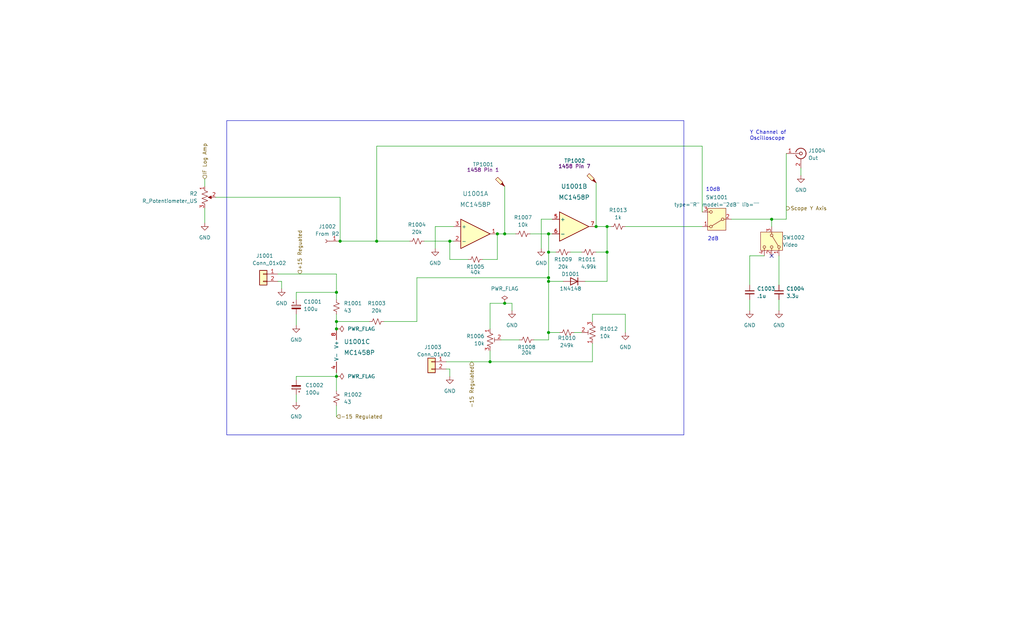
<source format=kicad_sch>
(kicad_sch (version 20230121) (generator eeschema)
  (paper "USLegal")
  (title_block (company "Andy McCann KA3KAF and Doug McCann KA3KAG") (comment 2 "Terry White K7TAU") (comment 3 "Wes Hayward W7ZOI") (comment 4 "Original Design By:"))
  (lib_symbols
    (symbol "Connector:Conn_01x01_Socket" (pin_names (offset 1.016) hide)
      (property "Reference" "J" (at 0 2.54 0))
      (property "Value" "Conn_01x01_Socket" (at 0 -2.54 0))
      (symbol "Conn_01x01_Socket_1_1"
        (polyline (pts (xy -1.27 0) (xy -0.508 0)) (stroke (width 0.1524)))
        (arc (start 0 0.508) (mid -0.5058 0) (end 0 -0.508) (stroke (width 0.1524)))
        (pin passive line (at -5.08 0 0) (length 3.81) (name "Pin_1") (number "1"))
      )
    )
    (symbol "Connector:Conn_Coaxial" (pin_names (offset 1.016) hide)
      (property "Reference" "J" (at 0.254 3.048 0))
      (property "Value" "Conn_Coaxial" (at 2.921 0 90))
      (symbol "Conn_Coaxial_0_1"
        (arc (start -1.778 -0.508) (mid 0.2311 -1.8066) (end 1.778 0) (stroke (width 0.254)))
        (polyline (pts (xy -2.54 0) (xy -0.508 0)))
        (polyline (pts (xy 0 -2.54) (xy 0 -1.778)))
        (circle (center 0 0) (radius 0.508) (stroke (width 0.2032)))
        (arc (start 1.778 0) (mid 0.2099 1.8101) (end -1.778 0.508) (stroke (width 0.254)))
      )
      (symbol "Conn_Coaxial_1_1"
        (pin passive line (at -5.08 0 0) (length 2.54) (name "In") (number "1"))
        (pin passive line (at 0 -5.08 90) (length 2.54) (name "Ext") (number "2"))
      )
    )
    (symbol "Connector:TestPoint_Probe" (pin_numbers hide) (pin_names (offset 0.762) hide)
      (property "Reference" "TP" (at 1.651 5.842 0))
      (property "Value" "TestPoint_Probe" (at 1.651 4.064 0))
      (symbol "TestPoint_Probe_0_1"
        (polyline (pts (xy 1.27 0.762) (xy 0 0) (xy 0.762 1.27) (xy 1.27 0.762)) (fill (type outline)))
        (polyline (pts (xy 1.397 0.635) (xy 0.635 1.397) (xy 2.413 3.175) (xy 3.175 2.413) (xy 1.397 0.635)) (fill (type background)))
      )
      (symbol "TestPoint_Probe_1_1"
        (pin passive line (at 0 0 90) (length 0) (name "1") (number "1"))
      )
    )
    (symbol "Connector_Generic:Conn_01x02" (pin_names (offset 1.016) hide)
      (property "Reference" "J" (at 0 2.54 0))
      (property "Value" "Conn_01x02" (at 0 -5.08 0))
      (symbol "Conn_01x02_1_1"
        (rectangle (start -1.27 -2.413) (end 0 -2.667) (stroke (width 0.1524)))
        (rectangle (start -1.27 0.127) (end 0 -0.127) (stroke (width 0.1524)))
        (rectangle (start -1.27 1.27) (end 1.27 -3.81) (stroke (width 0.254)) (fill (type background)))
        (pin passive line (at -5.08 0 0) (length 3.81) (name "Pin_1") (number "1"))
        (pin passive line (at -5.08 -2.54 0) (length 3.81) (name "Pin_2") (number "2"))
      )
    )
    (symbol "Device:C_Polarized_Small" (pin_numbers hide) (pin_names (offset 0.254) hide)
      (property "Reference" "C" (at 0.254 1.778 0))
      (property "Value" "C_Polarized_Small" (at 0.254 -2.032 0))
      (symbol "C_Polarized_Small_0_1"
        (rectangle (start -1.524 -0.3048) (end 1.524 -0.6858) (fill (type outline)))
        (rectangle (start -1.524 0.6858) (end 1.524 0.3048))
        (polyline (pts (xy -1.27 1.524) (xy -0.762 1.524)))
        (polyline (pts (xy -1.016 1.27) (xy -1.016 1.778)))
      )
      (symbol "C_Polarized_Small_1_1"
        (pin passive line (at 0 2.54 270) (length 1.8542) (name "~") (number "1"))
        (pin passive line (at 0 -2.54 90) (length 1.8542) (name "~") (number "2"))
      )
    )
    (symbol "Device:C_Small" (pin_numbers hide) (pin_names (offset 0.254) hide)
      (property "Reference" "C" (at 0.254 1.778 0))
      (property "Value" "C_Small" (at 0.254 -2.032 0))
      (symbol "C_Small_0_1"
        (polyline (pts (xy -1.524 -0.508) (xy 1.524 -0.508)) (stroke (width 0.3302)))
        (polyline (pts (xy -1.524 0.508) (xy 1.524 0.508)) (stroke (width 0.3048)))
      )
      (symbol "C_Small_1_1"
        (pin passive line (at 0 2.54 270) (length 2.032) (name "~") (number "1"))
        (pin passive line (at 0 -2.54 90) (length 2.032) (name "~") (number "2"))
      )
    )
    (symbol "Device:R_Potentiometer_Trim_US" (pin_names (offset 1.016) hide)
      (property "Reference" "RV" (at -4.445 0 90))
      (property "Value" "R_Potentiometer_Trim_US" (at -2.54 0 90))
      (symbol "R_Potentiometer_Trim_US_0_1"
        (polyline (pts (xy 0 -2.286) (xy 0 -2.54)))
        (polyline (pts (xy 0 2.286) (xy 0 2.54)))
        (polyline (pts (xy 1.524 0.762) (xy 1.524 -0.762)))
        (polyline (pts (xy 2.54 0) (xy 1.524 0)))
        (polyline (pts (xy 0 -0.762) (xy 1.016 -1.143) (xy 0 -1.524) (xy -1.016 -1.905) (xy 0 -2.286)))
        (polyline (pts (xy 0 0.762) (xy 1.016 0.381) (xy 0 0) (xy -1.016 -0.381) (xy 0 -0.762)))
        (polyline (pts (xy 0 2.286) (xy 1.016 1.905) (xy 0 1.524) (xy -1.016 1.143) (xy 0 0.762)))
      )
      (symbol "R_Potentiometer_Trim_US_1_1"
        (pin passive line (at 0 3.81 270) (length 1.27) (name "1") (number "1"))
        (pin passive line (at 3.81 0 180) (length 1.27) (name "2") (number "2"))
        (pin passive line (at 0 -3.81 90) (length 1.27) (name "3") (number "3"))
      )
    )
    (symbol "Device:R_Potentiometer_US" (pin_names (offset 1.016) hide)
      (property "Reference" "RV" (at -4.445 0 90))
      (property "Value" "R_Potentiometer_US" (at -2.54 0 90))
      (symbol "R_Potentiometer_US_0_1"
        (polyline (pts (xy 0 -2.286) (xy 0 -2.54)))
        (polyline (pts (xy 0 2.54) (xy 0 2.286)))
        (polyline (pts (xy 2.54 0) (xy 1.524 0)))
        (polyline (pts (xy 1.143 0) (xy 2.286 0.508) (xy 2.286 -0.508) (xy 1.143 0)) (fill (type outline)))
        (polyline (pts (xy 0 -0.762) (xy 1.016 -1.143) (xy 0 -1.524) (xy -1.016 -1.905) (xy 0 -2.286)))
        (polyline (pts (xy 0 0.762) (xy 1.016 0.381) (xy 0 0) (xy -1.016 -0.381) (xy 0 -0.762)))
        (polyline (pts (xy 0 2.286) (xy 1.016 1.905) (xy 0 1.524) (xy -1.016 1.143) (xy 0 0.762)))
      )
      (symbol "R_Potentiometer_US_1_1"
        (pin passive line (at 0 3.81 270) (length 1.27) (name "1") (number "1"))
        (pin passive line (at 3.81 0 180) (length 1.27) (name "2") (number "2"))
        (pin passive line (at 0 -3.81 90) (length 1.27) (name "3") (number "3"))
      )
    )
    (symbol "Device:R_Small_US" (pin_numbers hide) (pin_names (offset 0.254) hide)
      (property "Reference" "R" (at 0.762 0.508 0))
      (property "Value" "R_Small_US" (at 0.762 -1.016 0))
      (symbol "R_Small_US_1_1"
        (polyline (pts (xy 0 0) (xy 1.016 -0.381) (xy 0 -0.762) (xy -1.016 -1.143) (xy 0 -1.524)))
        (polyline (pts (xy 0 1.524) (xy 1.016 1.143) (xy 0 0.762) (xy -1.016 0.381) (xy 0 0)))
        (pin passive line (at 0 2.54 270) (length 1.016) (name "~") (number "1"))
        (pin passive line (at 0 -2.54 90) (length 1.016) (name "~") (number "2"))
      )
    )
    (symbol "Diode:1N4148" (pin_numbers hide) (pin_names hide)
      (property "Reference" "D" (at 0 2.54 0))
      (property "Value" "1N4148" (at 0 -2.54 0))
      (symbol "1N4148_0_1"
        (polyline (pts (xy -1.27 1.27) (xy -1.27 -1.27)) (stroke (width 0.254)))
        (polyline (pts (xy 1.27 0) (xy -1.27 0)))
        (polyline (pts (xy 1.27 1.27) (xy 1.27 -1.27) (xy -1.27 0) (xy 1.27 1.27)) (stroke (width 0.254)))
      )
      (symbol "1N4148_1_1"
        (pin passive line (at -3.81 0 0) (length 2.54) (name "K") (number "1"))
        (pin passive line (at 3.81 0 180) (length 2.54) (name "A") (number "2"))
      )
    )
    (symbol "MC1458P_1" (pin_names (offset 0.254))
      (property "Reference" "U" (at 5.842 8.89 0))
      (property "Value" "MC1458P_1" (at 5.842 6.35 0))
      (symbol "MC1458P_1_1_1"
        (polyline (pts (xy -12.7 5.08) (xy -2.54 0) (xy -12.7 -5.08) (xy -12.7 5.08)) (stroke (width 0.254)) (fill (type background)))
        (pin output line (at 0 0 180) (length 2.54) (name "~") (number "1"))
        (pin input line (at -15.24 -2.54 0) (length 2.54) (name "-") (number "2"))
        (pin input line (at -15.24 2.54 0) (length 2.54) (name "+") (number "3"))
      )
      (symbol "MC1458P_1_2_1"
        (polyline (pts (xy -12.7 5.08) (xy -2.54 0) (xy -12.7 -5.08) (xy -12.7 5.08)) (stroke (width 0.254)) (fill (type background)))
        (pin input line (at -15.24 2.54 0) (length 2.54) (name "+") (number "5"))
        (pin input line (at -15.24 -2.54 0) (length 2.54) (name "-") (number "6"))
        (pin output line (at 0 0 180) (length 2.54) (name "~") (number "7"))
      )
      (symbol "MC1458P_1_3_1"
        (pin power_in line (at 0 -7.366 90) (length 3.81) (name "V-") (number "4"))
        (pin power_in line (at 0 7.874 270) (length 3.81) (name "V+") (number "8"))
      )
    )
    (symbol "MC1458P_2" (pin_names (offset 0.254))
      (property "Reference" "U" (at 5.842 8.89 0))
      (property "Value" "MC1458P_2" (at 5.842 6.35 0))
      (symbol "MC1458P_2_1_1"
        (polyline (pts (xy -12.7 5.08) (xy -2.54 0) (xy -12.7 -5.08) (xy -12.7 5.08)) (stroke (width 0.254)) (fill (type background)))
        (pin output line (at 0 0 180) (length 2.54) (name "~") (number "1"))
        (pin input line (at -15.24 -2.54 0) (length 2.54) (name "-") (number "2"))
        (pin input line (at -15.24 2.54 0) (length 2.54) (name "+") (number "3"))
      )
      (symbol "MC1458P_2_2_1"
        (polyline (pts (xy -12.7 5.08) (xy -2.54 0) (xy -12.7 -5.08) (xy -12.7 5.08)) (stroke (width 0.254)) (fill (type background)))
        (pin input line (at -15.24 2.54 0) (length 2.54) (name "+") (number "5"))
        (pin input line (at -15.24 -2.54 0) (length 2.54) (name "-") (number "6"))
        (pin output line (at 0 0 180) (length 2.54) (name "~") (number "7"))
      )
      (symbol "MC1458P_2_3_1"
        (pin power_in line (at 0 -7.366 90) (length 3.81) (name "V-") (number "4"))
        (pin power_in line (at 0 7.874 270) (length 3.81) (name "V+") (number "8"))
      )
    )
    (symbol "Switch:SW_SP3T" (pin_names (offset 0) hide)
      (property "Reference" "SW" (at 0 5.08 0))
      (property "Value" "SW_SP3T" (at 0 -5.08 0))
      (symbol "SW_SP3T_0_1"
        (circle (center -2.032 0) (radius 0.4572))
        (polyline (pts (xy -1.651 0.254) (xy 1.651 2.286)))
        (circle (center 2.032 -2.54) (radius 0.4572))
        (circle (center 2.032 0) (radius 0.4572))
        (circle (center 2.032 2.54) (radius 0.4572))
      )
      (symbol "SW_SP3T_1_1"
        (rectangle (start -3.175 3.81) (end 3.175 -3.81) (fill (type background)))
        (pin passive line (at 5.08 2.54 180) (length 2.54) (name "1") (number "1"))
        (pin passive line (at 5.08 0 180) (length 2.54) (name "2") (number "2"))
        (pin passive line (at -5.08 0 0) (length 2.54) (name "3") (number "3"))
        (pin passive line (at 5.08 -2.54 180) (length 2.54) (name "4") (number "4"))
      )
    )
    (symbol "Switch:SW_SPDT" (pin_names (offset 0) hide)
      (property "Reference" "SW" (at 0 5.08 0))
      (property "Value" "SW_SPDT" (at 0 -5.08 0))
      (symbol "SW_SPDT_0_1"
        (circle (center -2.032 0) (radius 0.4572))
        (polyline (pts (xy -1.651 0.254) (xy 1.651 2.286)))
        (circle (center 2.032 -2.54) (radius 0.4572))
        (circle (center 2.032 2.54) (radius 0.4572))
      )
      (symbol "SW_SPDT_1_1"
        (rectangle (start -3.175 3.81) (end 3.175 -3.81) (fill (type background)))
        (pin passive line (at 5.08 2.54 180) (length 2.54) (name "A") (number "1"))
        (pin passive line (at -5.08 0 0) (length 2.54) (name "B") (number "2"))
        (pin passive line (at 5.08 -2.54 180) (length 2.54) (name "C") (number "3"))
      )
    )
    (symbol "power:GND" (power) (pin_names (offset 0))
      (property "Value" "GND" (at 0 -3.81 0))
      (symbol "GND_0_1"
        (polyline (pts (xy 0 0) (xy 0 -1.27) (xy 1.27 -1.27) (xy 0 -2.54) (xy -1.27 -1.27) (xy 0 -1.27)))
      )
      (symbol "GND_1_1"
        (pin power_in line (at 0 0 270) (length 0) hide (name "GND") (number "1"))
      )
    )
    (symbol "power:PWR_FLAG" (power) (pin_numbers hide) (pin_names (offset 0) hide)
      (property "Value" "PWR_FLAG" (at 0 3.81 0))
      (symbol "PWR_FLAG_0_0"
        (pin power_out line (at 0 0 90) (length 0) (name "pwr") (number "1"))
      )
      (symbol "PWR_FLAG_0_1"
        (polyline (pts (xy 0 0) (xy 0 1.27) (xy -1.016 1.905) (xy 0 2.54) (xy 1.016 1.905) (xy 0 1.27)))
      )
    )
    (symbol "spectrum analyzer:MC1458P" (pin_names (offset 0.254))
      (property "Reference" "U" (at 5.842 8.89 0))
      (property "Value" "MC1458P" (at 5.842 6.35 0))
      (symbol "MC1458P_1_1"
        (polyline (pts (xy -12.7 5.08) (xy -2.54 0) (xy -12.7 -5.08) (xy -12.7 5.08)) (stroke (width 0.254)) (fill (type background)))
        (pin output line (at 0 0 180) (length 2.54) (name "~") (number "1"))
        (pin input line (at -15.24 -2.54 0) (length 2.54) (name "-") (number "2"))
        (pin input line (at -15.24 2.54 0) (length 2.54) (name "+") (number "3"))
      )
      (symbol "MC1458P_2_1"
        (polyline (pts (xy -12.7 5.08) (xy -2.54 0) (xy -12.7 -5.08) (xy -12.7 5.08)) (stroke (width 0.254)) (fill (type background)))
        (pin input line (at -15.24 2.54 0) (length 2.54) (name "+") (number "5"))
        (pin input line (at -15.24 -2.54 0) (length 2.54) (name "-") (number "6"))
        (pin output line (at 0 0 180) (length 2.54) (name "~") (number "7"))
      )
      (symbol "MC1458P_3_1"
        (pin power_in line (at 0 -7.366 90) (length 3.81) (name "V-") (number "4"))
        (pin power_in line (at 0 7.874 270) (length 3.81) (name "V+") (number "8"))
      )
    )
  )
  (junction (at 116.84 130.81))
  (junction (at 170.18 125.73))
  (junction (at 175.26 81.28))
  (junction (at 190.5 81.28))
  (junction (at 210.82 78.74))
  (junction (at 210.82 87.63))
  (junction (at 190.5 87.63))
  (junction (at 190.5 97.79))
  (junction (at 116.84 114.3))
  (junction (at 130.81 83.82))
  (junction (at 172.72 81.28))
  (junction (at 116.84 101.6))
  (junction (at 207.01 78.74))
  (junction (at 175.26 105.41))
  (junction (at 267.97 76.2))
  (junction (at 190.5 96.52))
  (junction (at 116.84 111.76))
  (junction (at 190.5 115.57))
  (junction (at 156.21 83.82))
  (junction (at 118.11 83.82))
  (no_connect (at 267.97 88.9))
  (wire (pts (xy 96.52 97.79) (xy 97.79 97.79)))
  (wire (pts (xy 151.13 78.74) (xy 151.13 86.36)))
  (wire (pts (xy 96.52 95.25) (xy 116.84 95.25)))
  (wire (pts (xy 156.21 90.17) (xy 162.56 90.17)))
  (wire (pts (xy 217.17 78.74) (xy 243.84 78.74)))
  (wire (pts (xy 116.84 111.76) (xy 116.84 114.3)))
  (wire (pts (xy 156.21 90.17) (xy 156.21 83.82)))
  (wire (pts (xy 157.48 78.74) (xy 151.13 78.74)))
  (wire (pts (xy 243.84 50.8) (xy 243.84 73.66)))
  (wire (pts (xy 172.72 90.17) (xy 167.64 90.17)))
  (wire (pts (xy 71.12 62.23) (xy 71.12 64.77)))
  (wire (pts (xy 102.87 132.08) (xy 102.87 130.81)))
  (wire (pts (xy 190.5 87.63) (xy 190.5 81.28)))
  (wire (pts (xy 116.84 101.6) (xy 116.84 104.14)))
  (wire (pts (xy 170.18 121.92) (xy 170.18 125.73)))
  (wire (pts (xy 147.32 83.82) (xy 156.21 83.82)))
  (wire (pts (xy 207.01 78.74) (xy 210.82 78.74)))
  (wire (pts (xy 118.11 68.58) (xy 74.93 68.58)))
  (wire (pts (xy 154.94 125.73) (xy 170.18 125.73)))
  (wire (pts (xy 118.11 83.82) (xy 130.81 83.82)))
  (wire (pts (xy 156.21 83.82) (xy 157.48 83.82)))
  (wire (pts (xy 254 76.2) (xy 267.97 76.2)))
  (wire (pts (xy 116.84 95.25) (xy 116.84 101.6)))
  (wire (pts (xy 210.82 78.74) (xy 210.82 87.63)))
  (wire (pts (xy 97.79 97.79) (xy 97.79 100.33)))
  (wire (pts (xy 102.87 130.81) (xy 116.84 130.81)))
  (wire (pts (xy 179.07 81.28) (xy 175.26 81.28)))
  (polyline (pts (xy 237.49 41.91) (xy 237.49 151.13)))
  (wire (pts (xy 190.5 81.28) (xy 191.77 81.28)))
  (wire (pts (xy 116.84 129.54) (xy 116.84 130.81)))
  (wire (pts (xy 203.2 97.79) (xy 210.82 97.79)))
  (wire (pts (xy 170.18 105.41) (xy 170.18 114.3)))
  (wire (pts (xy 190.5 115.57) (xy 190.5 118.11)))
  (wire (pts (xy 190.5 96.52) (xy 190.5 97.79)))
  (wire (pts (xy 102.87 101.6) (xy 116.84 101.6)))
  (wire (pts (xy 154.94 128.27) (xy 156.21 128.27)))
  (wire (pts (xy 116.84 109.22) (xy 116.84 111.76)))
  (wire (pts (xy 130.81 83.82) (xy 142.24 83.82)))
  (polyline (pts (xy 78.74 151.13) (xy 78.74 41.91)))
  (wire (pts (xy 270.51 107.95) (xy 270.51 104.14)))
  (wire (pts (xy 170.18 105.41) (xy 175.26 105.41)))
  (wire (pts (xy 190.5 118.11) (xy 185.42 118.11)))
  (wire (pts (xy 190.5 97.79) (xy 190.5 115.57)))
  (wire (pts (xy 187.96 76.2) (xy 187.96 86.36)))
  (wire (pts (xy 187.96 76.2) (xy 191.77 76.2)))
  (wire (pts (xy 210.82 87.63) (xy 210.82 97.79)))
  (wire (pts (xy 265.43 88.9) (xy 260.35 88.9)))
  (wire (pts (xy 128.27 111.76) (xy 116.84 111.76)))
  (wire (pts (xy 130.81 50.8) (xy 130.81 83.82)))
  (wire (pts (xy 175.26 105.41) (xy 177.8 105.41)))
  (wire (pts (xy 184.15 81.28) (xy 190.5 81.28)))
  (wire (pts (xy 205.74 109.22) (xy 217.17 109.22)))
  (wire (pts (xy 173.99 118.11) (xy 180.34 118.11)))
  (wire (pts (xy 205.74 119.38) (xy 205.74 125.73)))
  (wire (pts (xy 199.39 115.57) (xy 201.93 115.57)))
  (wire (pts (xy 144.78 96.52) (xy 190.5 96.52)))
  (polyline (pts (xy 78.74 41.91) (xy 237.49 41.91)))
  (wire (pts (xy 102.87 104.14) (xy 102.87 101.6)))
  (wire (pts (xy 156.21 128.27) (xy 156.21 130.81)))
  (wire (pts (xy 175.26 64.77) (xy 175.26 81.28)))
  (wire (pts (xy 71.12 72.39) (xy 71.12 77.47)))
  (wire (pts (xy 267.97 76.2) (xy 273.05 76.2)))
  (wire (pts (xy 177.8 105.41) (xy 177.8 107.95)))
  (wire (pts (xy 118.11 83.82) (xy 118.11 68.58)))
  (wire (pts (xy 190.5 87.63) (xy 190.5 96.52)))
  (polyline (pts (xy 237.49 151.13) (xy 78.74 151.13)))
  (wire (pts (xy 267.97 78.74) (xy 267.97 76.2)))
  (wire (pts (xy 102.87 139.7) (xy 102.87 137.16)))
  (wire (pts (xy 116.84 130.81) (xy 116.84 135.89)))
  (wire (pts (xy 198.12 87.63) (xy 201.93 87.63)))
  (wire (pts (xy 260.35 107.95) (xy 260.35 104.14)))
  (wire (pts (xy 102.87 113.03) (xy 102.87 109.22)))
  (wire (pts (xy 195.58 97.79) (xy 190.5 97.79)))
  (wire (pts (xy 205.74 111.76) (xy 205.74 109.22)))
  (wire (pts (xy 172.72 81.28) (xy 172.72 90.17)))
  (wire (pts (xy 217.17 109.22) (xy 217.17 115.57)))
  (wire (pts (xy 175.26 81.28) (xy 172.72 81.28)))
  (wire (pts (xy 144.78 96.52) (xy 144.78 111.76)))
  (wire (pts (xy 260.35 88.9) (xy 260.35 99.06)))
  (wire (pts (xy 243.84 50.8) (xy 130.81 50.8)))
  (wire (pts (xy 144.78 111.76) (xy 133.35 111.76)))
  (wire (pts (xy 273.05 53.34) (xy 273.05 76.2)))
  (wire (pts (xy 210.82 78.74) (xy 212.09 78.74)))
  (wire (pts (xy 207.01 63.5) (xy 207.01 78.74)))
  (wire (pts (xy 270.51 88.9) (xy 270.51 99.06)))
  (wire (pts (xy 116.84 140.97) (xy 116.84 144.78)))
  (wire (pts (xy 190.5 87.63) (xy 193.04 87.63)))
  (wire (pts (xy 194.31 115.57) (xy 190.5 115.57)))
  (wire (pts (xy 278.13 58.42) (xy 278.13 60.96)))
  (wire (pts (xy 207.01 87.63) (xy 210.82 87.63)))
  (wire (pts (xy 170.18 125.73) (xy 205.74 125.73)))
  (text "Y Channel of\nOscilloscope" (at 260.35 48.895 0) (effects (font (size 1.27 1.27)) (justify left bottom)))
  (text "10dB" (at 245.11 66.675 0) (effects (font (size 1.27 1.27)) (justify left bottom)))
  (text "2dB" (at 245.745 83.82 0) (effects (font (size 1.27 1.27)) (justify left bottom)))
  (hierarchical_label "-15 Regulated" (shape input) (at 163.83 125.73 270))
  (hierarchical_label "IF Log Amp" (shape input) (at 71.12 62.23 90))
  (hierarchical_label "-15 Regulated" (shape input) (at 116.84 144.78 0))
  (hierarchical_label "+15 Reguated" (shape input) (at 104.14 95.25 90))
  (hierarchical_label "Scope Y Axis" (shape output) (at 273.05 72.39 0))
  (symbol (lib_id "Device:R_Small_US") (at 195.58 87.63 90) (unit 1)
    (property "Reference" "R1009" (at 195.58 90.17 90))
    (property "Value" "20k" (at 195.58 92.71 90))
    (property "Footprint" "Resistor_THT:R_Axial_DIN0207_L6.3mm_D2.5mm_P7.62mm_Horizontal" (effects hide))
  )
  (symbol (lib_id "Device:R_Small_US") (at 214.63 78.74 90) (unit 1)
    (property "Reference" "R1013" (at 214.63 73.025 90))
    (property "Value" "1k" (at 214.63 75.565 90))
    (property "Footprint" "Resistor_THT:R_Axial_DIN0207_L6.3mm_D2.5mm_P7.62mm_Horizontal" (effects hide))
  )
  (symbol (lib_id "Device:R_Small_US") (at 181.61 81.28 90) (unit 1)
    (property "Reference" "R1007" (at 181.61 75.565 90))
    (property "Value" "10k" (at 181.61 78.105 90))
    (property "Footprint" "Resistor_THT:R_Axial_DIN0207_L6.3mm_D2.5mm_P7.62mm_Horizontal" (effects hide))
  )
  (symbol (lib_id "Connector_Generic:Conn_01x02") (at 149.86 125.73 0) (mirror y) (unit 1)
    (property "Reference" "J1003" (at 147.32 120.65 0) (effects (justify right)))
    (property "Value" "Conn_01x02" (at 144.78 123.19 0) (effects (justify right)))
    (property "Footprint" "2db-div:691103110002" (effects hide))
    (property "Datasheet" "https://www.we-online.com/katalog/datasheet/691137710002.pdf" (effects hide))
    (property "Sim.Enable" "0" (effects hide))
    (property "Sim.Device" "SPICE" (effects hide))
    (property "Sim.Params" "type=\"J\" model=\"Conn_01x02\" lib=\"\"" (effects hide))
    (property "Sim.Pins" "1=1 2=2" (effects hide))
  )
  (symbol (lib_id "Connector:TestPoint_Probe") (at 175.26 64.77 0) (mirror y) (unit 1)
    (property "Reference" "TP1001" (at 171.45 57.15 0) (effects (justify left)))
    (property "Value" "${SIM.PARAMS}" (at 173.355 59.055 0) (effects (justify left)))
    (property "Footprint" "TestPoint:TestPoint_Pad_1.0x1.0mm" (effects hide))
    (property "Sim.Enable" "0" (effects hide))
    (property "Sim.Device" "SPICE" (effects hide))
    (property "Sim.Params" "1458 Pin 1" (at 173.355 59.055 0) (effects (justify left)))
    (property "Sim.Pins" "1=1" (effects hide))
  )
  (symbol (lib_id "Connector:Conn_Coaxial") (at 278.13 53.34 0) (unit 1) (on_board no)
    (property "Reference" "J1004" (at 280.67 52.3631 0) (effects (justify left)))
    (property "Value" "Out" (at 280.67 54.9031 0) (effects (justify left)))
    (property "Footprint" "Connector_Wire:SolderWire-0.5sqmm_1x02_P4.6mm_D0.9mm_OD2.1mm" (effects hide))
    (property "Datasheet" " ~" (effects hide))
  )
  (symbol (lib_id "power:GND") (at 156.21 130.81 0) (unit 1)
    (property "Reference" "#PWR01005" (effects hide))
    (property "Value" "GND" (at 156.21 135.89 0))
  )
  (symbol (lib_id "power:GND") (at 102.87 139.7 0) (unit 1)
    (property "Reference" "#PWR01003" (effects hide))
    (property "Value" "GND" (at 102.87 144.78 0))
  )
  (symbol (lib_id "Device:R_Small_US") (at 116.84 106.68 180) (unit 1)
    (property "Reference" "R1001" (at 119.38 105.4099 0) (effects (justify right)))
    (property "Value" "43" (at 119.38 107.9499 0) (effects (justify right)))
    (property "Footprint" "Resistor_THT:R_Axial_DIN0207_L6.3mm_D2.5mm_P7.62mm_Horizontal" (effects hide))
  )
  (symbol (lib_id "power:PWR_FLAG") (at 116.84 130.81 270) (unit 1)
    (property "Reference" "#FLG01002" (effects hide))
    (property "Value" "PWR_FLAG" (at 120.65 130.8099 90) (effects (justify left)))
  )
  (symbol (lib_id "Device:R_Potentiometer_Trim_US") (at 205.74 115.57 180) (unit 1)
    (property "Reference" "R1012" (at 208.28 114.2999 0) (effects (justify right)))
    (property "Value" "10k" (at 208.28 116.8399 0) (effects (justify right)))
    (property "Footprint" "2db-div:TRIM_3362P-1-103LF" (effects hide))
    (property "Sim.Device" "SPICE" (effects hide))
    (property "Sim.Params" "type=\"X\" model=\"pot_lin2\" lib=\"2db-div-spice\\Pot2.lib\"" (effects hide))
    (property "Sim.Pins" "1=1 2=2 3=3" (effects hide))
  )
  (symbol (lib_id "Device:R_Small_US") (at 204.47 87.63 90) (unit 1)
    (property "Reference" "R1011" (at 203.835 90.17 90))
    (property "Value" "4.99k" (at 204.47 92.71 90))
    (property "Footprint" "Resistor_THT:R_Axial_DIN0207_L6.3mm_D2.5mm_P7.62mm_Horizontal" (effects hide))
  )
  (symbol (lib_id "spectrum analyzer:MC1458P") (at 116.84 122.174 0) (unit 3)
    (property "Reference" "U1001" (at 119.38 118.745 0) (effects (font (size 1.524 1.524)) (justify left)))
    (property "Value" "MC1458P" (at 119.38 122.555 0) (effects (font (size 1.524 1.524)) (justify left)))
  )
  (symbol (lib_id "Device:C_Small") (at 270.51 101.6 0) (unit 1) (on_board no)
    (property "Reference" "C1004" (at 273.05 100.3362 0) (effects (justify left)))
    (property "Value" "3.3u" (at 273.05 102.8762 0) (effects (justify left)))
    (property "Datasheet" "https://product.tdk.com/en/system/files?file=dam/doc/product/capacitor/ceramic/lead-mlcc/catalog/leadmlcc_conventional_fk_en.pdf" (effects hide))
  )
  (symbol (lib_id "power:PWR_FLAG") (at 116.84 114.3 270) (unit 1)
    (property "Reference" "#FLG01001" (effects hide))
    (property "Value" "PWR_FLAG" (at 120.65 114.2999 90) (effects (justify left)))
  )
  (symbol (lib_id "Device:R_Small_US") (at 116.84 138.43 180) (unit 1)
    (property "Reference" "R1002" (at 119.38 137.1599 0) (effects (justify right)))
    (property "Value" "43" (at 119.38 139.6999 0) (effects (justify right)))
    (property "Footprint" "Resistor_THT:R_Axial_DIN0207_L6.3mm_D2.5mm_P7.62mm_Horizontal" (effects hide))
  )
  (symbol (lib_id "Device:R_Small_US") (at 130.81 111.76 270) (unit 1)
    (property "Reference" "R1003" (at 130.81 105.41 90))
    (property "Value" "20k" (at 130.81 107.95 90))
    (property "Footprint" "Resistor_THT:R_Axial_DIN0207_L6.3mm_D2.5mm_P7.62mm_Horizontal" (effects hide))
  )
  (symbol (lib_id "power:GND") (at 177.8 107.95 0) (unit 1)
    (property "Reference" "#PWR01006" (effects hide))
    (property "Value" "GND" (at 177.8 113.03 0))
  )
  (symbol (lib_id "Device:R_Potentiometer_US") (at 71.12 68.58 0) (unit 1)
    (property "Reference" "R2" (at 68.58 67.31 0) (effects (justify right)))
    (property "Value" "R_Potentiometer_US" (at 68.58 69.85 0) (effects (justify right)))
  )
  (symbol (lib_id "power:GND") (at 260.35 107.95 0) (unit 1)
    (property "Reference" "#PWR01009" (effects hide))
    (property "Value" "GND" (at 260.35 113.03 0))
  )
  (symbol (lib_id "Device:R_Small_US") (at 196.85 115.57 90) (unit 1)
    (property "Reference" "R1010" (at 196.85 117.475 90))
    (property "Value" "249k" (at 196.85 120.015 90))
    (property "Footprint" "Resistor_THT:R_Axial_DIN0207_L6.3mm_D2.5mm_P7.62mm_Horizontal" (effects hide))
  )
  (symbol (lib_id "power:GND") (at 71.12 77.47 0) (unit 1)
    (property "Reference" "#PWR0224" (effects hide))
    (property "Value" "GND" (at 71.12 82.55 0))
  )
  (symbol (lib_name "MC1458P_1") (lib_id "spectrum analyzer:MC1458P") (at 172.72 81.28 0) (unit 1)
    (property "Reference" "U1001" (at 165.1 67.31 0) (effects (font (size 1.524 1.524))))
    (property "Value" "MC1458P" (at 165.1 71.12 0) (effects (font (size 1.524 1.524))))
  )
  (symbol (lib_id "Device:C_Polarized_Small") (at 102.87 134.62 180) (unit 1)
    (property "Reference" "C1002" (at 106.045 133.896 0) (effects (justify right)))
    (property "Value" "100u" (at 106.045 136.436 0) (effects (justify right)))
    (property "Footprint" "Capacitor_THT:CP_Radial_D5.0mm_P2.50mm" (effects hide))
  )
  (symbol (lib_id "Switch:SW_SPDT") (at 248.92 76.2 180) (unit 1) (on_board no)
    (property "Reference" "SW1001" (at 248.92 68.58 0))
    (property "Value" "${SIM.PARAMS}" (at 248.92 71.12 0))
    (property "Sim.Enable" "0" (effects hide))
    (property "Sim.Device" "SPICE" (effects hide))
    (property "Sim.Params" "type=\"R\" model=\"2dB\" lib=\"\"" (effects hide))
    (property "Sim.Pins" "1=1 2=2 3=3" (effects hide))
  )
  (symbol (lib_id "Switch:SW_SP3T") (at 267.97 83.82 270) (unit 1) (on_board no)
    (property "Reference" "SW1002" (at 271.78 82.5499 90) (effects (justify left)))
    (property "Value" "Video" (at 271.78 85.0899 90) (effects (justify left)))
  )
  (symbol (lib_id "power:GND") (at 102.87 113.03 0) (unit 1)
    (property "Reference" "#PWR01002" (effects hide))
    (property "Value" "GND" (at 102.87 118.11 0))
  )
  (symbol (lib_id "Device:R_Small_US") (at 165.1 90.17 90) (unit 1)
    (property "Reference" "R1005" (at 165.1 92.71 90))
    (property "Value" "40k" (at 165.1 94.615 90))
    (property "Footprint" "Resistor_THT:R_Axial_DIN0207_L6.3mm_D2.5mm_P7.62mm_Horizontal" (effects hide))
  )
  (symbol (lib_name "MC1458P_2") (lib_id "spectrum analyzer:MC1458P") (at 207.01 78.74 0) (unit 2)
    (property "Reference" "U1001" (at 199.39 64.77 0) (effects (font (size 1.524 1.524))))
    (property "Value" "MC1458P" (at 199.39 68.58 0) (effects (font (size 1.524 1.524))))
  )
  (symbol (lib_id "power:GND") (at 151.13 86.36 0) (unit 1)
    (property "Reference" "#PWR01004" (effects hide))
    (property "Value" "GND" (at 151.13 91.44 0))
  )
  (symbol (lib_id "power:PWR_FLAG") (at 175.26 105.41 0) (unit 1)
    (property "Reference" "#FLG01003" (effects hide))
    (property "Value" "PWR_FLAG" (at 175.26 100.33 0))
  )
  (symbol (lib_id "power:GND") (at 270.51 107.95 0) (unit 1)
    (property "Reference" "#PWR01010" (effects hide))
    (property "Value" "GND" (at 270.51 113.03 0))
  )
  (symbol (lib_id "power:GND") (at 97.79 100.33 0) (unit 1)
    (property "Reference" "#PWR01001" (effects hide))
    (property "Value" "GND" (at 97.79 105.41 0))
  )
  (symbol (lib_id "Connector_Generic:Conn_01x02") (at 91.44 95.25 0) (mirror y) (unit 1)
    (property "Reference" "J1001" (at 88.9 88.9 0) (effects (justify right)))
    (property "Value" "Conn_01x02" (at 87.63 91.44 0) (effects (justify right)))
    (property "Footprint" "2db-div:691103110002" (effects hide))
    (property "Datasheet" "https://www.we-online.com/katalog/datasheet/691137710002.pdf" (effects hide))
    (property "Sim.Enable" "0" (effects hide))
    (property "Sim.Device" "SPICE" (effects hide))
    (property "Sim.Params" "type=\"J\" model=\"Conn_01x02\" lib=\"\"" (effects hide))
    (property "Sim.Pins" "1=1 2=2" (effects hide))
  )
  (symbol (lib_id "Device:C_Small") (at 260.35 101.6 0) (unit 1) (on_board no)
    (property "Reference" "C1003" (at 262.89 100.3362 0) (effects (justify left)))
    (property "Value" ".1u" (at 262.89 102.8762 0) (effects (justify left)))
    (property "Datasheet" "https://connect.kemet.com:7667/gateway/IntelliData-ComponentDocumentation/1.0/download/datasheet/C315C104M5U5TA" (effects hide))
  )
  (symbol (lib_id "power:GND") (at 278.13 60.96 0) (unit 1)
    (property "Reference" "#PWR01011" (effects hide))
    (property "Value" "GND" (at 278.13 66.04 0))
  )
  (symbol (lib_id "power:GND") (at 217.17 115.57 0) (unit 1)
    (property "Reference" "#PWR01008" (effects hide))
    (property "Value" "GND" (at 217.17 120.65 0))
  )
  (symbol (lib_id "Device:R_Potentiometer_Trim_US") (at 170.18 118.11 0) (unit 1)
    (property "Reference" "R1006" (at 168.275 116.8399 0) (effects (justify right)))
    (property "Value" "10k" (at 168.275 119.3799 0) (effects (justify right)))
    (property "Footprint" "2db-div:TRIM_3362P-1-103LF" (effects hide))
    (property "Sim.Device" "SPICE" (effects hide))
    (property "Sim.Params" "type=\"X\" model=\"pot_lin\" lib=\"2db-div-spice\\Pot.lib\"" (effects hide))
    (property "Sim.Pins" "1=1 2=2 3=3" (effects hide))
  )
  (symbol (lib_id "power:GND") (at 187.96 86.36 0) (unit 1)
    (property "Reference" "#PWR01007" (effects hide))
    (property "Value" "GND" (at 187.96 91.44 0))
  )
  (symbol (lib_id "Connector:Conn_01x01_Socket") (at 113.03 83.82 0) (mirror y) (unit 1)
    (property "Reference" "J1002" (at 113.665 78.74 0))
    (property "Value" "From R2" (at 113.665 81.28 0))
    (property "Footprint" "Connector_Wire:SolderWire-0.5sqmm_1x01_D0.9mm_OD2.1mm" (effects hide))
  )
  (symbol (lib_id "Device:R_Small_US") (at 144.78 83.82 90) (unit 1)
    (property "Reference" "R1004" (at 144.78 78.105 90))
    (property "Value" "20k" (at 144.78 80.645 90))
    (property "Footprint" "Resistor_THT:R_Axial_DIN0207_L6.3mm_D2.5mm_P7.62mm_Horizontal" (effects hide))
  )
  (symbol (lib_id "Device:C_Polarized_Small") (at 102.87 106.68 0) (unit 1)
    (property "Reference" "C1001" (at 105.41 104.8638 0) (effects (justify left)))
    (property "Value" "100u" (at 105.41 107.4038 0) (effects (justify left)))
    (property "Footprint" "Capacitor_THT:CP_Radial_D5.0mm_P2.50mm" (effects hide))
  )
  (symbol (lib_id "Diode:1N4148") (at 199.39 97.79 180) (unit 1)
    (property "Reference" "D1001" (at 198.12 95.25 0))
    (property "Value" "1N4148" (at 198.12 100.33 0))
    (property "Footprint" "Diode_THT:D_DO-35_SOD27_P7.62mm_Horizontal" (effects hide))
    (property "Datasheet" "https://assets.nexperia.com/documents/data-sheet/1N4148_1N4448.pdf" (effects hide))
    (property "Sim.Device" "D" (effects hide))
    (property "Sim.Params" "type=\"D\" model=\"1N4152\" lib=\"2db-div-spice\\fairch.lib\"" (effects hide))
    (property "Sim.Pins" "1=K 2=A" (effects hide))
  )
  (symbol (lib_id "Device:R_Small_US") (at 182.88 118.11 90) (unit 1)
    (property "Reference" "R1008" (at 182.88 120.65 90))
    (property "Value" "20k" (at 182.88 122.555 90))
    (property "Footprint" "Resistor_THT:R_Axial_DIN0207_L6.3mm_D2.5mm_P7.62mm_Horizontal" (effects hide))
  )
  (symbol (lib_id "Connector:TestPoint_Probe") (at 207.01 63.5 0) (mirror y) (unit 1)
    (property "Reference" "TP1002" (at 203.2 55.88 0) (effects (justify left)))
    (property "Value" "${SIM.PARAMS}" (at 205.105 57.785 0) (effects (justify left)))
    (property "Footprint" "TestPoint:TestPoint_Pad_1.0x1.0mm" (effects hide))
    (property "Sim.Enable" "0" (effects hide))
    (property "Sim.Device" "SPICE" (effects hide))
    (property "Sim.Params" "1458 Pin 7" (at 205.105 57.785 0) (effects (justify left)))
    (property "Sim.Pins" "1=1" (effects hide))
  )
)
</source>
